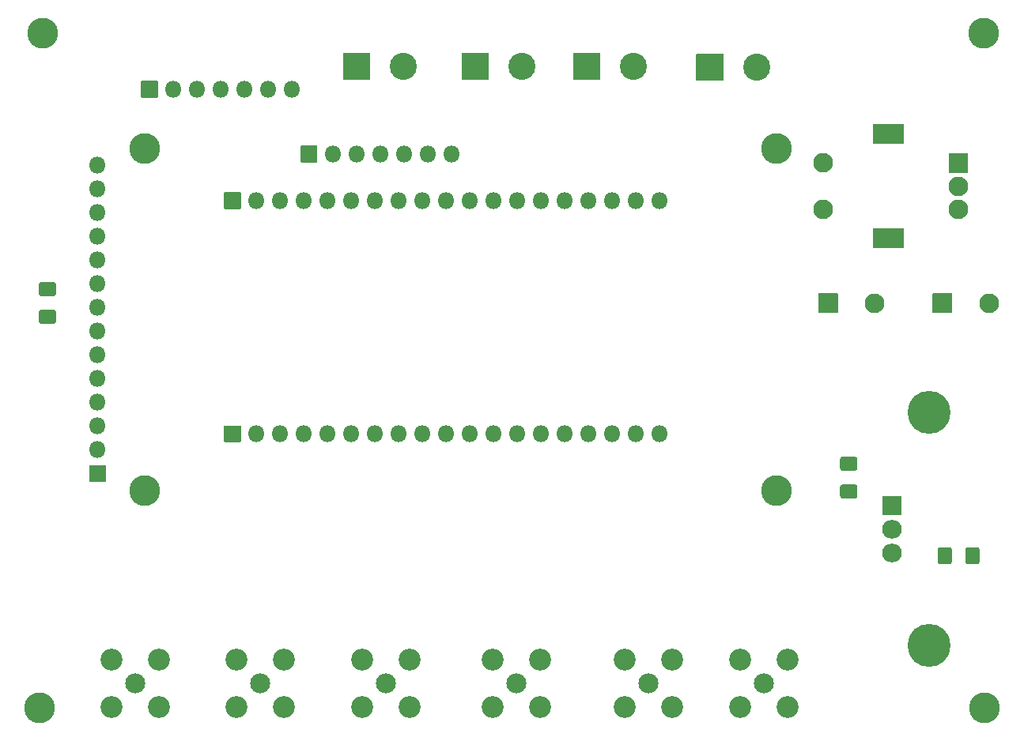
<source format=gbr>
G04 #@! TF.GenerationSoftware,KiCad,Pcbnew,(5.1.9)-1*
G04 #@! TF.CreationDate,2021-04-03T17:20:53+02:00*
G04 #@! TF.ProjectId,vfo-pcb,76666f2d-7063-4622-9e6b-696361645f70,rev?*
G04 #@! TF.SameCoordinates,Original*
G04 #@! TF.FileFunction,Soldermask,Bot*
G04 #@! TF.FilePolarity,Negative*
%FSLAX46Y46*%
G04 Gerber Fmt 4.6, Leading zero omitted, Abs format (unit mm)*
G04 Created by KiCad (PCBNEW (5.1.9)-1) date 2021-04-03 17:20:53*
%MOMM*%
%LPD*%
G01*
G04 APERTURE LIST*
%ADD10C,2.102000*%
%ADD11C,3.302000*%
%ADD12C,4.602880*%
%ADD13O,1.802000X1.802000*%
%ADD14C,2.902000*%
%ADD15O,2.102000X2.007000*%
%ADD16C,2.152000*%
%ADD17C,2.352000*%
G04 APERTURE END LIST*
D10*
X147610000Y-84980000D03*
G36*
G01*
X141559000Y-85980000D02*
X141559000Y-83980000D01*
G75*
G02*
X141610000Y-83929000I51000J0D01*
G01*
X143610000Y-83929000D01*
G75*
G02*
X143661000Y-83980000I0J-51000D01*
G01*
X143661000Y-85980000D01*
G75*
G02*
X143610000Y-86031000I-51000J0D01*
G01*
X141610000Y-86031000D01*
G75*
G02*
X141559000Y-85980000I0J51000D01*
G01*
G37*
X135390000Y-84980000D03*
G36*
G01*
X129339000Y-85980000D02*
X129339000Y-83980000D01*
G75*
G02*
X129390000Y-83929000I51000J0D01*
G01*
X131390000Y-83929000D01*
G75*
G02*
X131441000Y-83980000I0J-51000D01*
G01*
X131441000Y-85980000D01*
G75*
G02*
X131390000Y-86031000I-51000J0D01*
G01*
X129390000Y-86031000D01*
G75*
G02*
X129339000Y-85980000I0J51000D01*
G01*
G37*
D11*
X147005040Y-56022240D03*
D12*
X141226540Y-121701560D03*
X141226540Y-96701560D03*
D11*
X45968920Y-128361440D03*
X46248320Y-56022240D03*
X147096480Y-128361440D03*
X57171360Y-105094520D03*
X124871360Y-105094520D03*
X124871360Y-68374520D03*
X57171360Y-68374520D03*
G36*
G01*
X58563880Y-62948120D02*
X56863880Y-62948120D01*
G75*
G02*
X56812880Y-62897120I0J51000D01*
G01*
X56812880Y-61197120D01*
G75*
G02*
X56863880Y-61146120I51000J0D01*
G01*
X58563880Y-61146120D01*
G75*
G02*
X58614880Y-61197120I0J-51000D01*
G01*
X58614880Y-62897120D01*
G75*
G02*
X58563880Y-62948120I-51000J0D01*
G01*
G37*
D13*
X60253880Y-62047120D03*
X62793880Y-62047120D03*
X65333880Y-62047120D03*
X67873880Y-62047120D03*
X70413880Y-62047120D03*
X72953880Y-62047120D03*
G36*
G01*
X131922274Y-101421640D02*
X133238486Y-101421640D01*
G75*
G02*
X133506380Y-101689534I0J-267894D01*
G01*
X133506380Y-102680746D01*
G75*
G02*
X133238486Y-102948640I-267894J0D01*
G01*
X131922274Y-102948640D01*
G75*
G02*
X131654380Y-102680746I0J267894D01*
G01*
X131654380Y-101689534D01*
G75*
G02*
X131922274Y-101421640I267894J0D01*
G01*
G37*
G36*
G01*
X131922274Y-104396640D02*
X133238486Y-104396640D01*
G75*
G02*
X133506380Y-104664534I0J-267894D01*
G01*
X133506380Y-105655746D01*
G75*
G02*
X133238486Y-105923640I-267894J0D01*
G01*
X131922274Y-105923640D01*
G75*
G02*
X131654380Y-105655746I0J267894D01*
G01*
X131654380Y-104664534D01*
G75*
G02*
X131922274Y-104396640I267894J0D01*
G01*
G37*
G36*
G01*
X143621660Y-111396534D02*
X143621660Y-112712746D01*
G75*
G02*
X143353766Y-112980640I-267894J0D01*
G01*
X142362554Y-112980640D01*
G75*
G02*
X142094660Y-112712746I0J267894D01*
G01*
X142094660Y-111396534D01*
G75*
G02*
X142362554Y-111128640I267894J0D01*
G01*
X143353766Y-111128640D01*
G75*
G02*
X143621660Y-111396534I0J-267894D01*
G01*
G37*
G36*
G01*
X146596660Y-111396534D02*
X146596660Y-112712746D01*
G75*
G02*
X146328766Y-112980640I-267894J0D01*
G01*
X145337554Y-112980640D01*
G75*
G02*
X145069660Y-112712746I0J267894D01*
G01*
X145069660Y-111396534D01*
G75*
G02*
X145337554Y-111128640I267894J0D01*
G01*
X146328766Y-111128640D01*
G75*
G02*
X146596660Y-111396534I0J-267894D01*
G01*
G37*
X112323880Y-98983800D03*
X109783880Y-98983800D03*
X107243880Y-98983800D03*
X104703880Y-98983800D03*
X102163880Y-98983800D03*
X99623880Y-98983800D03*
X97083880Y-98983800D03*
X94543880Y-98983800D03*
X92003880Y-98983800D03*
X89463880Y-98983800D03*
X86923880Y-98983800D03*
X84383880Y-98983800D03*
X81843880Y-98983800D03*
X79303880Y-98983800D03*
X76763880Y-98983800D03*
X74223880Y-98983800D03*
X71683880Y-98983800D03*
X69143880Y-98983800D03*
G36*
G01*
X67453880Y-99884800D02*
X65753880Y-99884800D01*
G75*
G02*
X65702880Y-99833800I0J51000D01*
G01*
X65702880Y-98133800D01*
G75*
G02*
X65753880Y-98082800I51000J0D01*
G01*
X67453880Y-98082800D01*
G75*
G02*
X67504880Y-98133800I0J-51000D01*
G01*
X67504880Y-99833800D01*
G75*
G02*
X67453880Y-99884800I-51000J0D01*
G01*
G37*
G36*
G01*
X67453880Y-74884800D02*
X65753880Y-74884800D01*
G75*
G02*
X65702880Y-74833800I0J51000D01*
G01*
X65702880Y-73133800D01*
G75*
G02*
X65753880Y-73082800I51000J0D01*
G01*
X67453880Y-73082800D01*
G75*
G02*
X67504880Y-73133800I0J-51000D01*
G01*
X67504880Y-74833800D01*
G75*
G02*
X67453880Y-74884800I-51000J0D01*
G01*
G37*
X69143880Y-73983800D03*
X71683880Y-73983800D03*
X74223880Y-73983800D03*
X76763880Y-73983800D03*
X79303880Y-73983800D03*
X81843880Y-73983800D03*
X84383880Y-73983800D03*
X86923880Y-73983800D03*
X89463880Y-73983800D03*
X92003880Y-73983800D03*
X94543880Y-73983800D03*
X97083880Y-73983800D03*
X99623880Y-73983800D03*
X102163880Y-73983800D03*
X104703880Y-73983800D03*
X107243880Y-73983800D03*
X109783880Y-73983800D03*
X112323880Y-73983800D03*
G36*
G01*
X103095400Y-60998560D02*
X103095400Y-58198560D01*
G75*
G02*
X103146400Y-58147560I51000J0D01*
G01*
X105946400Y-58147560D01*
G75*
G02*
X105997400Y-58198560I0J-51000D01*
G01*
X105997400Y-60998560D01*
G75*
G02*
X105946400Y-61049560I-51000J0D01*
G01*
X103146400Y-61049560D01*
G75*
G02*
X103095400Y-60998560I0J51000D01*
G01*
G37*
D14*
X109546400Y-59598560D03*
X84908400Y-59598560D03*
G36*
G01*
X78457400Y-60998560D02*
X78457400Y-58198560D01*
G75*
G02*
X78508400Y-58147560I51000J0D01*
G01*
X81308400Y-58147560D01*
G75*
G02*
X81359400Y-58198560I0J-51000D01*
G01*
X81359400Y-60998560D01*
G75*
G02*
X81308400Y-61049560I-51000J0D01*
G01*
X78508400Y-61049560D01*
G75*
G02*
X78457400Y-60998560I0J51000D01*
G01*
G37*
G36*
G01*
X51260440Y-104085760D02*
X51260440Y-102385760D01*
G75*
G02*
X51311440Y-102334760I51000J0D01*
G01*
X53011440Y-102334760D01*
G75*
G02*
X53062440Y-102385760I0J-51000D01*
G01*
X53062440Y-104085760D01*
G75*
G02*
X53011440Y-104136760I-51000J0D01*
G01*
X51311440Y-104136760D01*
G75*
G02*
X51260440Y-104085760I0J51000D01*
G01*
G37*
D13*
X52161440Y-100695760D03*
X52161440Y-98155760D03*
X52161440Y-95615760D03*
X52161440Y-93075760D03*
X52161440Y-90535760D03*
X52161440Y-87995760D03*
X52161440Y-85455760D03*
X52161440Y-82915760D03*
X52161440Y-80375760D03*
X52161440Y-77835760D03*
X52161440Y-75295760D03*
X52161440Y-72755760D03*
X52161440Y-70215760D03*
G36*
G01*
X145378880Y-68936360D02*
X145378880Y-70936360D01*
G75*
G02*
X145327880Y-70987360I-51000J0D01*
G01*
X143327880Y-70987360D01*
G75*
G02*
X143276880Y-70936360I0J51000D01*
G01*
X143276880Y-68936360D01*
G75*
G02*
X143327880Y-68885360I51000J0D01*
G01*
X145327880Y-68885360D01*
G75*
G02*
X145378880Y-68936360I0J-51000D01*
G01*
G37*
D10*
X144327880Y-72436360D03*
X144327880Y-74936360D03*
G36*
G01*
X138478880Y-65836360D02*
X138478880Y-67836360D01*
G75*
G02*
X138427880Y-67887360I-51000J0D01*
G01*
X135227880Y-67887360D01*
G75*
G02*
X135176880Y-67836360I0J51000D01*
G01*
X135176880Y-65836360D01*
G75*
G02*
X135227880Y-65785360I51000J0D01*
G01*
X138427880Y-65785360D01*
G75*
G02*
X138478880Y-65836360I0J-51000D01*
G01*
G37*
G36*
G01*
X138478880Y-77036360D02*
X138478880Y-79036360D01*
G75*
G02*
X138427880Y-79087360I-51000J0D01*
G01*
X135227880Y-79087360D01*
G75*
G02*
X135176880Y-79036360I0J51000D01*
G01*
X135176880Y-77036360D01*
G75*
G02*
X135227880Y-76985360I51000J0D01*
G01*
X138427880Y-76985360D01*
G75*
G02*
X138478880Y-77036360I0J-51000D01*
G01*
G37*
X129827880Y-69936360D03*
X129827880Y-74936360D03*
D14*
X97572840Y-59598560D03*
G36*
G01*
X91121840Y-60998560D02*
X91121840Y-58198560D01*
G75*
G02*
X91172840Y-58147560I51000J0D01*
G01*
X93972840Y-58147560D01*
G75*
G02*
X94023840Y-58198560I0J-51000D01*
G01*
X94023840Y-60998560D01*
G75*
G02*
X93972840Y-61049560I-51000J0D01*
G01*
X91172840Y-61049560D01*
G75*
G02*
X91121840Y-60998560I0J51000D01*
G01*
G37*
G36*
G01*
X116247520Y-61100160D02*
X116247520Y-58300160D01*
G75*
G02*
X116298520Y-58249160I51000J0D01*
G01*
X119098520Y-58249160D01*
G75*
G02*
X119149520Y-58300160I0J-51000D01*
G01*
X119149520Y-61100160D01*
G75*
G02*
X119098520Y-61151160I-51000J0D01*
G01*
X116298520Y-61151160D01*
G75*
G02*
X116247520Y-61100160I0J51000D01*
G01*
G37*
X122698520Y-59700160D03*
G36*
G01*
X136213340Y-105651100D02*
X138213340Y-105651100D01*
G75*
G02*
X138264340Y-105702100I0J-51000D01*
G01*
X138264340Y-107607100D01*
G75*
G02*
X138213340Y-107658100I-51000J0D01*
G01*
X136213340Y-107658100D01*
G75*
G02*
X136162340Y-107607100I0J51000D01*
G01*
X136162340Y-105702100D01*
G75*
G02*
X136213340Y-105651100I51000J0D01*
G01*
G37*
D15*
X137213340Y-109194600D03*
X137213340Y-111734600D03*
G36*
G01*
X75642840Y-69892480D02*
X73942840Y-69892480D01*
G75*
G02*
X73891840Y-69841480I0J51000D01*
G01*
X73891840Y-68141480D01*
G75*
G02*
X73942840Y-68090480I51000J0D01*
G01*
X75642840Y-68090480D01*
G75*
G02*
X75693840Y-68141480I0J-51000D01*
G01*
X75693840Y-69841480D01*
G75*
G02*
X75642840Y-69892480I-51000J0D01*
G01*
G37*
D13*
X77332840Y-68991480D03*
X79872840Y-68991480D03*
X82412840Y-68991480D03*
X84952840Y-68991480D03*
X87492840Y-68991480D03*
X90032840Y-68991480D03*
G36*
G01*
X46123614Y-85676840D02*
X47439826Y-85676840D01*
G75*
G02*
X47707720Y-85944734I0J-267894D01*
G01*
X47707720Y-86935946D01*
G75*
G02*
X47439826Y-87203840I-267894J0D01*
G01*
X46123614Y-87203840D01*
G75*
G02*
X45855720Y-86935946I0J267894D01*
G01*
X45855720Y-85944734D01*
G75*
G02*
X46123614Y-85676840I267894J0D01*
G01*
G37*
G36*
G01*
X46123614Y-82701840D02*
X47439826Y-82701840D01*
G75*
G02*
X47707720Y-82969734I0J-267894D01*
G01*
X47707720Y-83960946D01*
G75*
G02*
X47439826Y-84228840I-267894J0D01*
G01*
X46123614Y-84228840D01*
G75*
G02*
X45855720Y-83960946I0J267894D01*
G01*
X45855720Y-82969734D01*
G75*
G02*
X46123614Y-82701840I267894J0D01*
G01*
G37*
D16*
X123489720Y-125712220D03*
D17*
X126029720Y-128252220D03*
X126029720Y-123172220D03*
X120949720Y-123172220D03*
X120949720Y-128252220D03*
D16*
X111114840Y-125712220D03*
D17*
X113654840Y-128252220D03*
X113654840Y-123172220D03*
X108574840Y-123172220D03*
X108574840Y-128252220D03*
D16*
X97025000Y-125750000D03*
D17*
X99565000Y-128290000D03*
X99565000Y-123210000D03*
X94485000Y-123210000D03*
X94485000Y-128290000D03*
X80465168Y-128252220D03*
X80465168Y-123172220D03*
X85545168Y-123172220D03*
X85545168Y-128252220D03*
D16*
X83005168Y-125712220D03*
D17*
X67044824Y-128252220D03*
X67044824Y-123172220D03*
X72124824Y-123172220D03*
X72124824Y-128252220D03*
D16*
X69584824Y-125712220D03*
D17*
X53604160Y-128252220D03*
X53604160Y-123172220D03*
X58684160Y-123172220D03*
X58684160Y-128252220D03*
D16*
X56144160Y-125712220D03*
M02*

</source>
